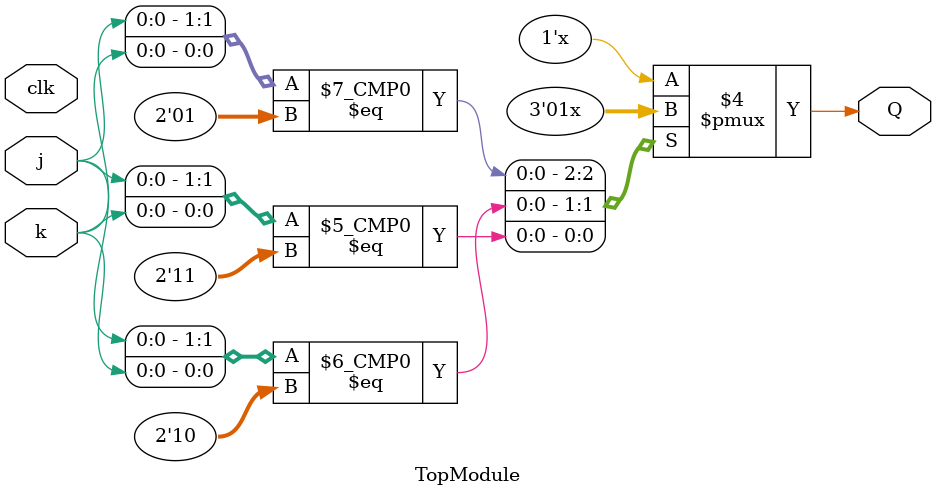
<source format=sv>
module TopModule (
    input logic clk,  // Clock signal
    input logic j,    // J input for JK flip-flop
    input logic k,    // K input for JK flip-flop
    output logic Q    // Flip-flop output
);

    initial begin
        Q = 1'b0;  // Initial state
    end

    always @(*) begin
        case ({j, k})
            2'b00: Q = Q;      // Maintain state
            2'b01: Q = 1'b0;   // Reset the output
            2'b10: Q = 1'b1;   // Set the output
            2'b11: Q = ~Q;     // Toggle the output
        endcase
    end

endmodule
</source>
